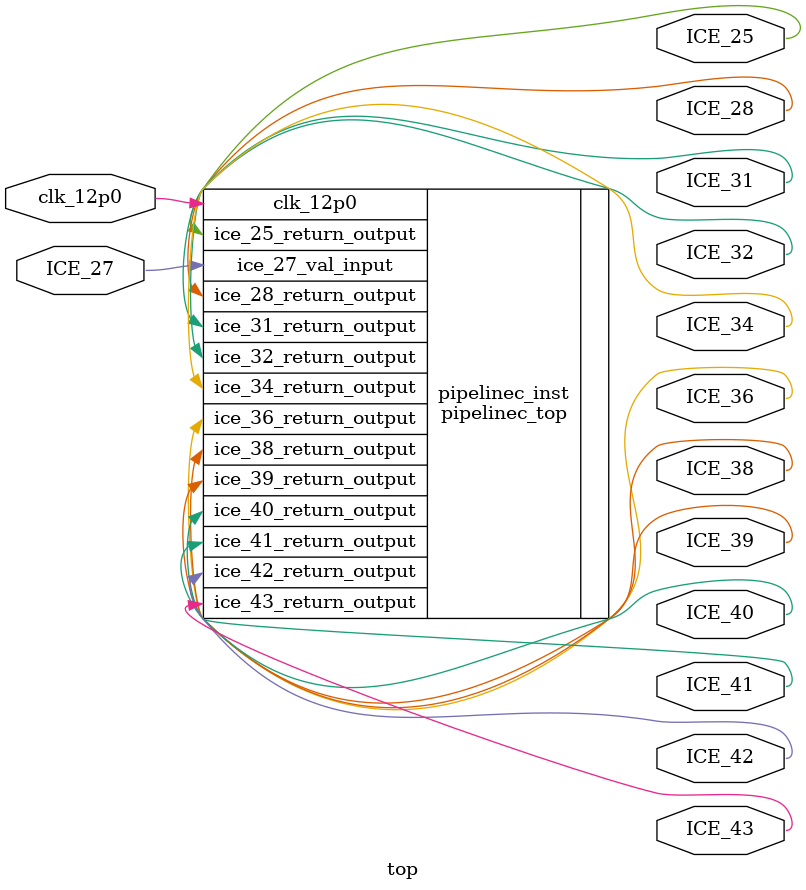
<source format=sv>
module top(
  input clk_12p0,
  // RGB LED
  output ICE_39,
  output ICE_40,
  output ICE_41,
  // UART
  output ICE_25,
  input ICE_27,
  // PMOD1 ports for LED demo
  output ICE_28,
  output ICE_43,
  output ICE_32,
  output ICE_31,
  output ICE_38,
  output ICE_36,
  output ICE_42,
  output ICE_34
);

  pipelinec_top pipelinec_inst(
    .clk_12p0(clk_12p0),
    // RGB LED
    .ice_39_return_output(ICE_39),
    .ice_40_return_output(ICE_40),
    .ice_41_return_output(ICE_41),
    // UART
    .ice_25_return_output(ICE_25),
    .ice_27_val_input(ICE_27),
    // PMOD1 ports for LED demo
    .ice_28_return_output(ICE_28),
    .ice_43_return_output(ICE_43),
    .ice_32_return_output(ICE_32),
    .ice_31_return_output(ICE_31),
    .ice_38_return_output(ICE_38),
    .ice_36_return_output(ICE_36),
    .ice_42_return_output(ICE_42),
    .ice_34_return_output(ICE_34)
  );

endmodule

</source>
